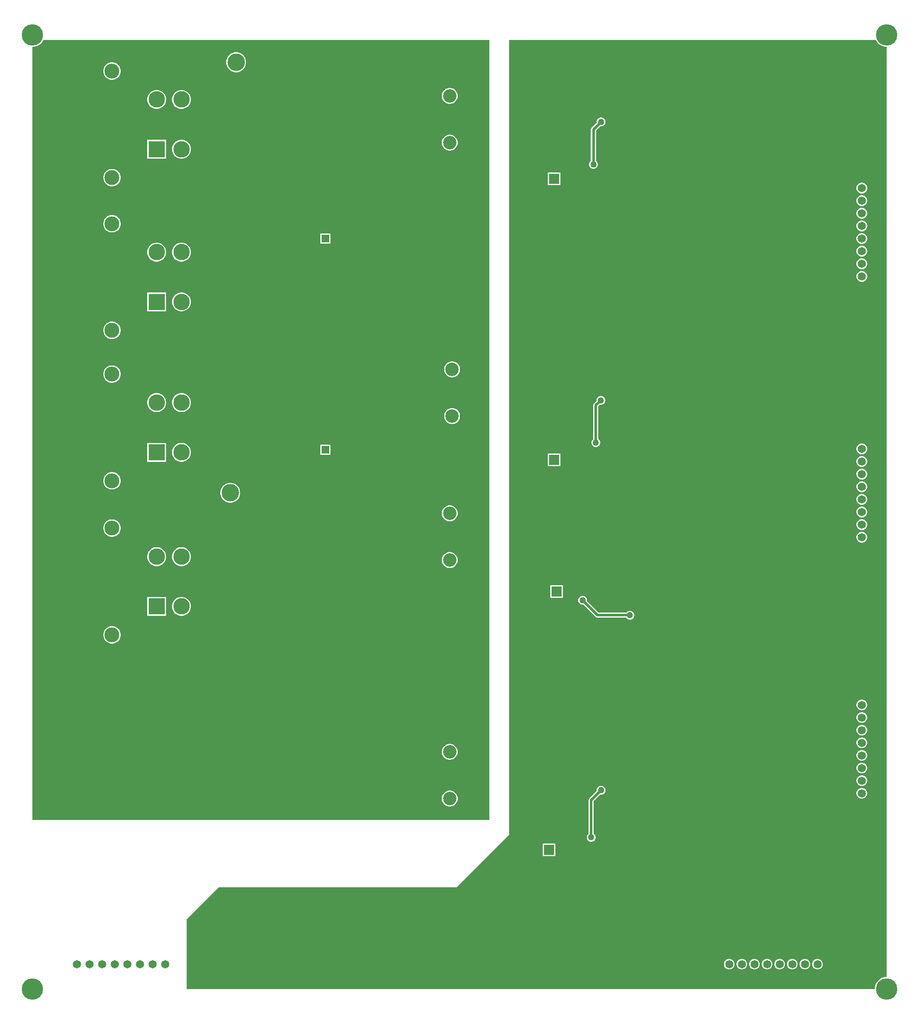
<source format=gbl>
G04*
G04 #@! TF.GenerationSoftware,Altium Limited,Altium Designer,23.1.1 (15)*
G04*
G04 Layer_Physical_Order=2*
G04 Layer_Color=16711680*
%FSLAX44Y44*%
%MOMM*%
G71*
G04*
G04 #@! TF.SameCoordinates,0EA7A712-66D5-4987-9214-F4AEDCE7AAE5*
G04*
G04*
G04 #@! TF.FilePolarity,Positive*
G04*
G01*
G75*
%ADD88C,0.5000*%
%ADD91C,3.5000*%
%ADD92C,1.6500*%
%ADD93C,4.3000*%
%ADD94R,3.3000X3.3000*%
%ADD95C,3.3000*%
%ADD96C,3.0000*%
%ADD97R,1.5000X1.5000*%
%ADD98C,1.5000*%
%ADD99C,2.7000*%
%ADD100R,2.0250X2.0250*%
%ADD101C,2.0250*%
%ADD102C,0.6000*%
%ADD103C,1.2700*%
%ADD104C,2.5400*%
G36*
X960000Y380000D02*
X40000D01*
Y1935960D01*
X42368D01*
X47012Y1936884D01*
X51387Y1938696D01*
X55325Y1941327D01*
X58673Y1944675D01*
X61304Y1948613D01*
X61878Y1950000D01*
X960000D01*
Y380000D01*
D02*
G37*
G36*
X1738696Y1948613D02*
X1741327Y1944675D01*
X1744675Y1941327D01*
X1748613Y1938696D01*
X1752988Y1936884D01*
X1757632Y1935960D01*
X1760000D01*
Y64040D01*
X1757632D01*
X1752988Y63116D01*
X1748613Y61304D01*
X1744675Y58673D01*
X1741327Y55325D01*
X1738696Y51387D01*
X1736884Y47012D01*
X1735960Y42368D01*
Y40000D01*
X350000D01*
Y180000D01*
X415000Y245000D01*
X895000D01*
X1000000Y350000D01*
Y1950000D01*
X1738121D01*
X1738696Y1948613D01*
D02*
G37*
%LPC*%
G36*
X451974Y1925040D02*
X448026D01*
X444155Y1924270D01*
X440508Y1922759D01*
X437225Y1920566D01*
X434434Y1917775D01*
X432241Y1914492D01*
X430730Y1910845D01*
X429960Y1906974D01*
Y1903026D01*
X430730Y1899155D01*
X432241Y1895508D01*
X434434Y1892225D01*
X437225Y1889434D01*
X440508Y1887241D01*
X444155Y1885730D01*
X448026Y1884960D01*
X451974D01*
X455845Y1885730D01*
X459492Y1887241D01*
X462775Y1889434D01*
X465566Y1892225D01*
X467759Y1895508D01*
X469270Y1899155D01*
X470040Y1903026D01*
Y1906974D01*
X469270Y1910845D01*
X467759Y1914492D01*
X465566Y1917775D01*
X462775Y1920566D01*
X459492Y1922759D01*
X455845Y1924270D01*
X451974Y1925040D01*
D02*
G37*
G36*
X201728Y1904840D02*
X198272D01*
X194884Y1904166D01*
X191692Y1902844D01*
X188819Y1900924D01*
X186376Y1898481D01*
X184456Y1895608D01*
X183134Y1892416D01*
X182460Y1889028D01*
Y1885573D01*
X183134Y1882184D01*
X184456Y1878992D01*
X186376Y1876119D01*
X188819Y1873676D01*
X191692Y1871756D01*
X194884Y1870434D01*
X198272Y1869760D01*
X201728D01*
X205116Y1870434D01*
X208308Y1871756D01*
X211181Y1873676D01*
X213624Y1876119D01*
X215544Y1878992D01*
X216866Y1882184D01*
X217540Y1885573D01*
Y1889028D01*
X216866Y1892416D01*
X215544Y1895608D01*
X213624Y1898481D01*
X211181Y1900924D01*
X208308Y1902844D01*
X205116Y1904166D01*
X201728Y1904840D01*
D02*
G37*
G36*
X881580Y1853040D02*
X878420D01*
X875321Y1852424D01*
X872402Y1851214D01*
X869775Y1849459D01*
X867541Y1847225D01*
X865786Y1844598D01*
X864576Y1841679D01*
X863960Y1838580D01*
Y1835420D01*
X864576Y1832321D01*
X865786Y1829402D01*
X867541Y1826775D01*
X869775Y1824541D01*
X872402Y1822785D01*
X875321Y1821576D01*
X878420Y1820960D01*
X881580D01*
X884679Y1821576D01*
X887598Y1822785D01*
X890225Y1824541D01*
X892459Y1826775D01*
X894214Y1829402D01*
X895424Y1832321D01*
X896040Y1835420D01*
Y1838580D01*
X895424Y1841679D01*
X894214Y1844598D01*
X892459Y1847225D01*
X890225Y1849459D01*
X887598Y1851214D01*
X884679Y1852424D01*
X881580Y1853040D01*
D02*
G37*
G36*
X341875Y1849040D02*
X338125D01*
X334446Y1848308D01*
X330981Y1846873D01*
X327863Y1844789D01*
X325211Y1842137D01*
X323127Y1839019D01*
X321692Y1835554D01*
X320960Y1831875D01*
Y1828125D01*
X321692Y1824446D01*
X323127Y1820981D01*
X325211Y1817863D01*
X327863Y1815211D01*
X330981Y1813127D01*
X334446Y1811692D01*
X338125Y1810960D01*
X341875D01*
X345554Y1811692D01*
X349019Y1813127D01*
X352137Y1815211D01*
X354789Y1817863D01*
X356873Y1820981D01*
X358308Y1824446D01*
X359040Y1828125D01*
Y1831875D01*
X358308Y1835554D01*
X356873Y1839019D01*
X354789Y1842137D01*
X352137Y1844789D01*
X349019Y1846873D01*
X345554Y1848308D01*
X341875Y1849040D01*
D02*
G37*
G36*
X291875D02*
X288125D01*
X284446Y1848308D01*
X280981Y1846873D01*
X277863Y1844789D01*
X275211Y1842137D01*
X273127Y1839019D01*
X271692Y1835554D01*
X270960Y1831875D01*
Y1828125D01*
X271692Y1824446D01*
X273127Y1820981D01*
X275211Y1817863D01*
X277863Y1815211D01*
X280981Y1813127D01*
X284446Y1811692D01*
X288125Y1810960D01*
X291875D01*
X295554Y1811692D01*
X299019Y1813127D01*
X302137Y1815211D01*
X304789Y1817863D01*
X306873Y1820981D01*
X308308Y1824446D01*
X309040Y1828125D01*
Y1831875D01*
X308308Y1835554D01*
X306873Y1839019D01*
X304789Y1842137D01*
X302137Y1844789D01*
X299019Y1846873D01*
X295554Y1848308D01*
X291875Y1849040D01*
D02*
G37*
G36*
X881580Y1759040D02*
X878420D01*
X875321Y1758424D01*
X872402Y1757215D01*
X869775Y1755459D01*
X867541Y1753225D01*
X865786Y1750598D01*
X864576Y1747679D01*
X863960Y1744580D01*
Y1741420D01*
X864576Y1738321D01*
X865786Y1735402D01*
X867541Y1732775D01*
X869775Y1730541D01*
X872402Y1728786D01*
X875321Y1727576D01*
X878420Y1726960D01*
X881580D01*
X884679Y1727576D01*
X887598Y1728786D01*
X890225Y1730541D01*
X892459Y1732775D01*
X894214Y1735402D01*
X895424Y1738321D01*
X896040Y1741420D01*
Y1744580D01*
X895424Y1747679D01*
X894214Y1750598D01*
X892459Y1753225D01*
X890225Y1755459D01*
X887598Y1757215D01*
X884679Y1758424D01*
X881580Y1759040D01*
D02*
G37*
G36*
X341875Y1749040D02*
X338125D01*
X334446Y1748308D01*
X330981Y1746873D01*
X327863Y1744789D01*
X325211Y1742137D01*
X323127Y1739019D01*
X321692Y1735554D01*
X320960Y1731875D01*
Y1728125D01*
X321692Y1724446D01*
X323127Y1720981D01*
X325211Y1717863D01*
X327863Y1715211D01*
X330981Y1713127D01*
X334446Y1711692D01*
X338125Y1710960D01*
X341875D01*
X345554Y1711692D01*
X349019Y1713127D01*
X352137Y1715211D01*
X354789Y1717863D01*
X356873Y1720981D01*
X358308Y1724446D01*
X359040Y1728125D01*
Y1731875D01*
X358308Y1735554D01*
X356873Y1739019D01*
X354789Y1742137D01*
X352137Y1744789D01*
X349019Y1746873D01*
X345554Y1748308D01*
X341875Y1749040D01*
D02*
G37*
G36*
X309040D02*
X270960D01*
Y1710960D01*
X309040D01*
Y1749040D01*
D02*
G37*
G36*
X201728Y1690240D02*
X198272D01*
X194884Y1689566D01*
X191692Y1688244D01*
X188819Y1686324D01*
X186376Y1683881D01*
X184456Y1681008D01*
X183134Y1677816D01*
X182460Y1674427D01*
Y1670972D01*
X183134Y1667584D01*
X184456Y1664392D01*
X186376Y1661519D01*
X188819Y1659076D01*
X191692Y1657156D01*
X194884Y1655834D01*
X198272Y1655160D01*
X201728D01*
X205116Y1655834D01*
X208308Y1657156D01*
X211181Y1659076D01*
X213624Y1661519D01*
X215544Y1664392D01*
X216866Y1667584D01*
X217540Y1670972D01*
Y1674427D01*
X216866Y1677816D01*
X215544Y1681008D01*
X213624Y1683881D01*
X211181Y1686324D01*
X208308Y1688244D01*
X205116Y1689566D01*
X201728Y1690240D01*
D02*
G37*
G36*
Y1597540D02*
X198272D01*
X194884Y1596866D01*
X191692Y1595544D01*
X188819Y1593624D01*
X186376Y1591181D01*
X184456Y1588308D01*
X183134Y1585116D01*
X182460Y1581727D01*
Y1578273D01*
X183134Y1574884D01*
X184456Y1571692D01*
X186376Y1568819D01*
X188819Y1566376D01*
X191692Y1564456D01*
X194884Y1563134D01*
X198272Y1562460D01*
X201728D01*
X205116Y1563134D01*
X208308Y1564456D01*
X211181Y1566376D01*
X213624Y1568819D01*
X215544Y1571692D01*
X216866Y1574884D01*
X217540Y1578273D01*
Y1581727D01*
X216866Y1585116D01*
X215544Y1588308D01*
X213624Y1591181D01*
X211181Y1593624D01*
X208308Y1595544D01*
X205116Y1596866D01*
X201728Y1597540D01*
D02*
G37*
G36*
X640040Y1560040D02*
X619960D01*
Y1539960D01*
X640040D01*
Y1560040D01*
D02*
G37*
G36*
X341875Y1541740D02*
X338125D01*
X334446Y1541008D01*
X330981Y1539573D01*
X327863Y1537489D01*
X325211Y1534837D01*
X323127Y1531719D01*
X321692Y1528254D01*
X320960Y1524575D01*
Y1520825D01*
X321692Y1517146D01*
X323127Y1513681D01*
X325211Y1510563D01*
X327863Y1507911D01*
X330981Y1505827D01*
X334446Y1504392D01*
X338125Y1503660D01*
X341875D01*
X345554Y1504392D01*
X349019Y1505827D01*
X352137Y1507911D01*
X354789Y1510563D01*
X356873Y1513681D01*
X358308Y1517146D01*
X359040Y1520825D01*
Y1524575D01*
X358308Y1528254D01*
X356873Y1531719D01*
X354789Y1534837D01*
X352137Y1537489D01*
X349019Y1539573D01*
X345554Y1541008D01*
X341875Y1541740D01*
D02*
G37*
G36*
X291875D02*
X288125D01*
X284446Y1541008D01*
X280981Y1539573D01*
X277863Y1537489D01*
X275211Y1534837D01*
X273127Y1531719D01*
X271692Y1528254D01*
X270960Y1524575D01*
Y1520825D01*
X271692Y1517146D01*
X273127Y1513681D01*
X275211Y1510563D01*
X277863Y1507911D01*
X280981Y1505827D01*
X284446Y1504392D01*
X288125Y1503660D01*
X291875D01*
X295554Y1504392D01*
X299019Y1505827D01*
X302137Y1507911D01*
X304789Y1510563D01*
X306873Y1513681D01*
X308308Y1517146D01*
X309040Y1520825D01*
Y1524575D01*
X308308Y1528254D01*
X306873Y1531719D01*
X304789Y1534837D01*
X302137Y1537489D01*
X299019Y1539573D01*
X295554Y1541008D01*
X291875Y1541740D01*
D02*
G37*
G36*
X341875Y1441740D02*
X338125D01*
X334446Y1441008D01*
X330981Y1439573D01*
X327863Y1437489D01*
X325211Y1434837D01*
X323127Y1431719D01*
X321692Y1428254D01*
X320960Y1424575D01*
Y1420825D01*
X321692Y1417146D01*
X323127Y1413681D01*
X325211Y1410563D01*
X327863Y1407911D01*
X330981Y1405827D01*
X334446Y1404392D01*
X338125Y1403660D01*
X341875D01*
X345554Y1404392D01*
X349019Y1405827D01*
X352137Y1407911D01*
X354789Y1410563D01*
X356873Y1413681D01*
X358308Y1417146D01*
X359040Y1420825D01*
Y1424575D01*
X358308Y1428254D01*
X356873Y1431719D01*
X354789Y1434837D01*
X352137Y1437489D01*
X349019Y1439573D01*
X345554Y1441008D01*
X341875Y1441740D01*
D02*
G37*
G36*
X309040D02*
X270960D01*
Y1403660D01*
X309040D01*
Y1441740D01*
D02*
G37*
G36*
X201728Y1382940D02*
X198272D01*
X194884Y1382266D01*
X191692Y1380944D01*
X188819Y1379024D01*
X186376Y1376581D01*
X184456Y1373708D01*
X183134Y1370516D01*
X182460Y1367128D01*
Y1363672D01*
X183134Y1360284D01*
X184456Y1357092D01*
X186376Y1354219D01*
X188819Y1351776D01*
X191692Y1349856D01*
X194884Y1348534D01*
X198272Y1347860D01*
X201728D01*
X205116Y1348534D01*
X208308Y1349856D01*
X211181Y1351776D01*
X213624Y1354219D01*
X215544Y1357092D01*
X216866Y1360284D01*
X217540Y1363672D01*
Y1367128D01*
X216866Y1370516D01*
X215544Y1373708D01*
X213624Y1376581D01*
X211181Y1379024D01*
X208308Y1380944D01*
X205116Y1382266D01*
X201728Y1382940D01*
D02*
G37*
G36*
X886580Y1303040D02*
X883420D01*
X880321Y1302424D01*
X877402Y1301214D01*
X874775Y1299459D01*
X872541Y1297225D01*
X870786Y1294598D01*
X869576Y1291679D01*
X868960Y1288580D01*
Y1285420D01*
X869576Y1282321D01*
X870786Y1279402D01*
X872541Y1276775D01*
X874775Y1274541D01*
X877402Y1272785D01*
X880321Y1271576D01*
X883420Y1270960D01*
X886580D01*
X889679Y1271576D01*
X892598Y1272785D01*
X895225Y1274541D01*
X897459Y1276775D01*
X899214Y1279402D01*
X900424Y1282321D01*
X901040Y1285420D01*
Y1288580D01*
X900424Y1291679D01*
X899214Y1294598D01*
X897459Y1297225D01*
X895225Y1299459D01*
X892598Y1301214D01*
X889679Y1302424D01*
X886580Y1303040D01*
D02*
G37*
G36*
X201728Y1294840D02*
X198272D01*
X194884Y1294166D01*
X191692Y1292844D01*
X188819Y1290924D01*
X186376Y1288481D01*
X184456Y1285608D01*
X183134Y1282416D01*
X182460Y1279027D01*
Y1275573D01*
X183134Y1272184D01*
X184456Y1268992D01*
X186376Y1266119D01*
X188819Y1263676D01*
X191692Y1261756D01*
X194884Y1260434D01*
X198272Y1259760D01*
X201728D01*
X205116Y1260434D01*
X208308Y1261756D01*
X211181Y1263676D01*
X213624Y1266119D01*
X215544Y1268992D01*
X216866Y1272184D01*
X217540Y1275573D01*
Y1279027D01*
X216866Y1282416D01*
X215544Y1285608D01*
X213624Y1288481D01*
X211181Y1290924D01*
X208308Y1292844D01*
X205116Y1294166D01*
X201728Y1294840D01*
D02*
G37*
G36*
X341875Y1239040D02*
X338125D01*
X334446Y1238308D01*
X330981Y1236873D01*
X327863Y1234789D01*
X325211Y1232137D01*
X323127Y1229019D01*
X321692Y1225554D01*
X320960Y1221875D01*
Y1218125D01*
X321692Y1214446D01*
X323127Y1210981D01*
X325211Y1207863D01*
X327863Y1205211D01*
X330981Y1203127D01*
X334446Y1201692D01*
X338125Y1200960D01*
X341875D01*
X345554Y1201692D01*
X349019Y1203127D01*
X352137Y1205211D01*
X354789Y1207863D01*
X356873Y1210981D01*
X358308Y1214446D01*
X359040Y1218125D01*
Y1221875D01*
X358308Y1225554D01*
X356873Y1229019D01*
X354789Y1232137D01*
X352137Y1234789D01*
X349019Y1236873D01*
X345554Y1238308D01*
X341875Y1239040D01*
D02*
G37*
G36*
X291875D02*
X288125D01*
X284446Y1238308D01*
X280981Y1236873D01*
X277863Y1234789D01*
X275211Y1232137D01*
X273127Y1229019D01*
X271692Y1225554D01*
X270960Y1221875D01*
Y1218125D01*
X271692Y1214446D01*
X273127Y1210981D01*
X275211Y1207863D01*
X277863Y1205211D01*
X280981Y1203127D01*
X284446Y1201692D01*
X288125Y1200960D01*
X291875D01*
X295554Y1201692D01*
X299019Y1203127D01*
X302137Y1205211D01*
X304789Y1207863D01*
X306873Y1210981D01*
X308308Y1214446D01*
X309040Y1218125D01*
Y1221875D01*
X308308Y1225554D01*
X306873Y1229019D01*
X304789Y1232137D01*
X302137Y1234789D01*
X299019Y1236873D01*
X295554Y1238308D01*
X291875Y1239040D01*
D02*
G37*
G36*
X886580Y1209040D02*
X883420D01*
X880321Y1208424D01*
X877402Y1207215D01*
X874775Y1205459D01*
X872541Y1203225D01*
X870786Y1200598D01*
X869576Y1197679D01*
X868960Y1194580D01*
Y1191420D01*
X869576Y1188321D01*
X870786Y1185402D01*
X872541Y1182775D01*
X874775Y1180541D01*
X877402Y1178785D01*
X880321Y1177576D01*
X883420Y1176960D01*
X886580D01*
X889679Y1177576D01*
X892598Y1178785D01*
X895225Y1180541D01*
X897459Y1182775D01*
X899214Y1185402D01*
X900424Y1188321D01*
X901040Y1191420D01*
Y1194580D01*
X900424Y1197679D01*
X899214Y1200598D01*
X897459Y1203225D01*
X895225Y1205459D01*
X892598Y1207215D01*
X889679Y1208424D01*
X886580Y1209040D01*
D02*
G37*
G36*
X640040Y1135040D02*
X619960D01*
Y1114960D01*
X640040D01*
Y1135040D01*
D02*
G37*
G36*
X341875Y1139040D02*
X338125D01*
X334446Y1138308D01*
X330981Y1136873D01*
X327863Y1134789D01*
X325211Y1132137D01*
X323127Y1129019D01*
X321692Y1125554D01*
X320960Y1121875D01*
Y1118125D01*
X321692Y1114446D01*
X323127Y1110981D01*
X325211Y1107863D01*
X327863Y1105211D01*
X330981Y1103127D01*
X334446Y1101692D01*
X338125Y1100960D01*
X341875D01*
X345554Y1101692D01*
X349019Y1103127D01*
X352137Y1105211D01*
X354789Y1107863D01*
X356873Y1110981D01*
X358308Y1114446D01*
X359040Y1118125D01*
Y1121875D01*
X358308Y1125554D01*
X356873Y1129019D01*
X354789Y1132137D01*
X352137Y1134789D01*
X349019Y1136873D01*
X345554Y1138308D01*
X341875Y1139040D01*
D02*
G37*
G36*
X309040D02*
X270960D01*
Y1100960D01*
X309040D01*
Y1139040D01*
D02*
G37*
G36*
X201728Y1080240D02*
X198272D01*
X194884Y1079566D01*
X191692Y1078244D01*
X188819Y1076324D01*
X186376Y1073881D01*
X184456Y1071008D01*
X183134Y1067816D01*
X182460Y1064427D01*
Y1060973D01*
X183134Y1057584D01*
X184456Y1054392D01*
X186376Y1051519D01*
X188819Y1049076D01*
X191692Y1047156D01*
X194884Y1045834D01*
X198272Y1045160D01*
X201728D01*
X205116Y1045834D01*
X208308Y1047156D01*
X211181Y1049076D01*
X213624Y1051519D01*
X215544Y1054392D01*
X216866Y1057584D01*
X217540Y1060973D01*
Y1064427D01*
X216866Y1067816D01*
X215544Y1071008D01*
X213624Y1073881D01*
X211181Y1076324D01*
X208308Y1078244D01*
X205116Y1079566D01*
X201728Y1080240D01*
D02*
G37*
G36*
X440064Y1058505D02*
X436116D01*
X432245Y1057735D01*
X428598Y1056225D01*
X425316Y1054031D01*
X422524Y1051240D01*
X420331Y1047958D01*
X418820Y1044311D01*
X418050Y1040439D01*
Y1036491D01*
X418820Y1032620D01*
X420331Y1028973D01*
X422524Y1025691D01*
X425316Y1022899D01*
X428598Y1020706D01*
X432245Y1019195D01*
X436116Y1018425D01*
X440064D01*
X443936Y1019195D01*
X447583Y1020706D01*
X450865Y1022899D01*
X453656Y1025691D01*
X455849Y1028973D01*
X457360Y1032620D01*
X458130Y1036491D01*
Y1040439D01*
X457360Y1044311D01*
X455849Y1047958D01*
X453656Y1051240D01*
X450865Y1054031D01*
X447583Y1056225D01*
X443936Y1057735D01*
X440064Y1058505D01*
D02*
G37*
G36*
X881580Y1013040D02*
X878420D01*
X875321Y1012424D01*
X872402Y1011215D01*
X869775Y1009459D01*
X867541Y1007225D01*
X865786Y1004598D01*
X864576Y1001679D01*
X863960Y998580D01*
Y995420D01*
X864576Y992321D01*
X865786Y989402D01*
X867541Y986775D01*
X869775Y984541D01*
X872402Y982785D01*
X875321Y981576D01*
X878420Y980960D01*
X881580D01*
X884679Y981576D01*
X887598Y982785D01*
X890225Y984541D01*
X892459Y986775D01*
X894214Y989402D01*
X895424Y992321D01*
X896040Y995420D01*
Y998580D01*
X895424Y1001679D01*
X894214Y1004598D01*
X892459Y1007225D01*
X890225Y1009459D01*
X887598Y1011215D01*
X884679Y1012424D01*
X881580Y1013040D01*
D02*
G37*
G36*
X201728Y984840D02*
X198272D01*
X194884Y984166D01*
X191692Y982844D01*
X188819Y980924D01*
X186376Y978481D01*
X184456Y975608D01*
X183134Y972416D01*
X182460Y969027D01*
Y965573D01*
X183134Y962184D01*
X184456Y958992D01*
X186376Y956119D01*
X188819Y953676D01*
X191692Y951756D01*
X194884Y950434D01*
X198272Y949760D01*
X201728D01*
X205116Y950434D01*
X208308Y951756D01*
X211181Y953676D01*
X213624Y956119D01*
X215544Y958992D01*
X216866Y962184D01*
X217540Y965573D01*
Y969027D01*
X216866Y972416D01*
X215544Y975608D01*
X213624Y978481D01*
X211181Y980924D01*
X208308Y982844D01*
X205116Y984166D01*
X201728Y984840D01*
D02*
G37*
G36*
X341875Y929040D02*
X338125D01*
X334446Y928308D01*
X330981Y926873D01*
X327863Y924789D01*
X325211Y922137D01*
X323127Y919019D01*
X321692Y915554D01*
X320960Y911875D01*
Y908125D01*
X321692Y904446D01*
X323127Y900981D01*
X325211Y897863D01*
X327863Y895211D01*
X330981Y893127D01*
X334446Y891692D01*
X338125Y890960D01*
X341875D01*
X345554Y891692D01*
X349019Y893127D01*
X352137Y895211D01*
X354789Y897863D01*
X356873Y900981D01*
X358308Y904446D01*
X359040Y908125D01*
Y911875D01*
X358308Y915554D01*
X356873Y919019D01*
X354789Y922137D01*
X352137Y924789D01*
X349019Y926873D01*
X345554Y928308D01*
X341875Y929040D01*
D02*
G37*
G36*
X291875D02*
X288125D01*
X284446Y928308D01*
X280981Y926873D01*
X277863Y924789D01*
X275211Y922137D01*
X273127Y919019D01*
X271692Y915554D01*
X270960Y911875D01*
Y908125D01*
X271692Y904446D01*
X273127Y900981D01*
X275211Y897863D01*
X277863Y895211D01*
X280981Y893127D01*
X284446Y891692D01*
X288125Y890960D01*
X291875D01*
X295554Y891692D01*
X299019Y893127D01*
X302137Y895211D01*
X304789Y897863D01*
X306873Y900981D01*
X308308Y904446D01*
X309040Y908125D01*
Y911875D01*
X308308Y915554D01*
X306873Y919019D01*
X304789Y922137D01*
X302137Y924789D01*
X299019Y926873D01*
X295554Y928308D01*
X291875Y929040D01*
D02*
G37*
G36*
X881580Y919040D02*
X878420D01*
X875321Y918424D01*
X872402Y917215D01*
X869775Y915459D01*
X867541Y913225D01*
X865786Y910598D01*
X864576Y907679D01*
X863960Y904580D01*
Y901420D01*
X864576Y898321D01*
X865786Y895402D01*
X867541Y892775D01*
X869775Y890541D01*
X872402Y888785D01*
X875321Y887576D01*
X878420Y886960D01*
X881580D01*
X884679Y887576D01*
X887598Y888785D01*
X890225Y890541D01*
X892459Y892775D01*
X894214Y895402D01*
X895424Y898321D01*
X896040Y901420D01*
Y904580D01*
X895424Y907679D01*
X894214Y910598D01*
X892459Y913225D01*
X890225Y915459D01*
X887598Y917215D01*
X884679Y918424D01*
X881580Y919040D01*
D02*
G37*
G36*
X341875Y829040D02*
X338125D01*
X334446Y828308D01*
X330981Y826873D01*
X327863Y824789D01*
X325211Y822137D01*
X323127Y819019D01*
X321692Y815554D01*
X320960Y811875D01*
Y808125D01*
X321692Y804446D01*
X323127Y800981D01*
X325211Y797863D01*
X327863Y795211D01*
X330981Y793127D01*
X334446Y791692D01*
X338125Y790960D01*
X341875D01*
X345554Y791692D01*
X349019Y793127D01*
X352137Y795211D01*
X354789Y797863D01*
X356873Y800981D01*
X358308Y804446D01*
X359040Y808125D01*
Y811875D01*
X358308Y815554D01*
X356873Y819019D01*
X354789Y822137D01*
X352137Y824789D01*
X349019Y826873D01*
X345554Y828308D01*
X341875Y829040D01*
D02*
G37*
G36*
X309040D02*
X270960D01*
Y790960D01*
X309040D01*
Y829040D01*
D02*
G37*
G36*
X201728Y770240D02*
X198272D01*
X194884Y769566D01*
X191692Y768244D01*
X188819Y766324D01*
X186376Y763881D01*
X184456Y761008D01*
X183134Y757816D01*
X182460Y754427D01*
Y750973D01*
X183134Y747584D01*
X184456Y744392D01*
X186376Y741519D01*
X188819Y739076D01*
X191692Y737156D01*
X194884Y735834D01*
X198272Y735160D01*
X201728D01*
X205116Y735834D01*
X208308Y737156D01*
X211181Y739076D01*
X213624Y741519D01*
X215544Y744392D01*
X216866Y747584D01*
X217540Y750973D01*
Y754427D01*
X216866Y757816D01*
X215544Y761008D01*
X213624Y763881D01*
X211181Y766324D01*
X208308Y768244D01*
X205116Y769566D01*
X201728Y770240D01*
D02*
G37*
G36*
X881580Y533040D02*
X878420D01*
X875321Y532424D01*
X872402Y531214D01*
X869775Y529459D01*
X867541Y527225D01*
X865786Y524598D01*
X864576Y521679D01*
X863960Y518580D01*
Y515420D01*
X864576Y512321D01*
X865786Y509402D01*
X867541Y506775D01*
X869775Y504541D01*
X872402Y502785D01*
X875321Y501576D01*
X878420Y500960D01*
X881580D01*
X884679Y501576D01*
X887598Y502785D01*
X890225Y504541D01*
X892459Y506775D01*
X894214Y509402D01*
X895424Y512321D01*
X896040Y515420D01*
Y518580D01*
X895424Y521679D01*
X894214Y524598D01*
X892459Y527225D01*
X890225Y529459D01*
X887598Y531214D01*
X884679Y532424D01*
X881580Y533040D01*
D02*
G37*
G36*
Y439040D02*
X878420D01*
X875321Y438424D01*
X872402Y437215D01*
X869775Y435459D01*
X867541Y433225D01*
X865786Y430598D01*
X864576Y427679D01*
X863960Y424580D01*
Y421420D01*
X864576Y418321D01*
X865786Y415402D01*
X867541Y412775D01*
X869775Y410541D01*
X872402Y408786D01*
X875321Y407576D01*
X878420Y406960D01*
X881580D01*
X884679Y407576D01*
X887598Y408786D01*
X890225Y410541D01*
X892459Y412775D01*
X894214Y415402D01*
X895424Y418321D01*
X896040Y421420D01*
Y424580D01*
X895424Y427679D01*
X894214Y430598D01*
X892459Y433225D01*
X890225Y435459D01*
X887598Y437215D01*
X884679Y438424D01*
X881580Y439040D01*
D02*
G37*
G36*
X1186170Y1793890D02*
X1183830D01*
X1181569Y1793284D01*
X1179541Y1792114D01*
X1177886Y1790459D01*
X1176716Y1788431D01*
X1176110Y1786170D01*
Y1783830D01*
X1176206Y1783473D01*
X1165866Y1773134D01*
X1164752Y1771467D01*
X1164361Y1769500D01*
Y1706799D01*
X1164041Y1706614D01*
X1162386Y1704959D01*
X1161216Y1702931D01*
X1160610Y1700670D01*
Y1698330D01*
X1161216Y1696069D01*
X1162386Y1694041D01*
X1164041Y1692386D01*
X1166069Y1691216D01*
X1168330Y1690610D01*
X1170670D01*
X1172931Y1691216D01*
X1174959Y1692386D01*
X1176614Y1694041D01*
X1177784Y1696069D01*
X1178390Y1698330D01*
Y1700670D01*
X1177784Y1702931D01*
X1176614Y1704959D01*
X1174959Y1706614D01*
X1174639Y1706799D01*
Y1767372D01*
X1183473Y1776206D01*
X1183830Y1776110D01*
X1186170D01*
X1188431Y1776716D01*
X1190459Y1777886D01*
X1192114Y1779541D01*
X1193284Y1781569D01*
X1193890Y1783830D01*
Y1786170D01*
X1193284Y1788431D01*
X1192114Y1790459D01*
X1190459Y1792114D01*
X1188431Y1793284D01*
X1186170Y1793890D01*
D02*
G37*
G36*
X1102665Y1682665D02*
X1077335D01*
Y1657335D01*
X1102665D01*
Y1682665D01*
D02*
G37*
G36*
X1711420Y1662390D02*
X1708580D01*
X1705835Y1661655D01*
X1703375Y1660234D01*
X1701366Y1658225D01*
X1699945Y1655765D01*
X1699210Y1653020D01*
Y1650179D01*
X1699945Y1647435D01*
X1701366Y1644975D01*
X1703375Y1642966D01*
X1705835Y1641545D01*
X1708580Y1640810D01*
X1711420D01*
X1714165Y1641545D01*
X1716625Y1642966D01*
X1718634Y1644975D01*
X1720055Y1647435D01*
X1720790Y1650179D01*
Y1653020D01*
X1720055Y1655765D01*
X1718634Y1658225D01*
X1716625Y1660234D01*
X1714165Y1661655D01*
X1711420Y1662390D01*
D02*
G37*
G36*
Y1636990D02*
X1708580D01*
X1705835Y1636255D01*
X1703375Y1634834D01*
X1701366Y1632825D01*
X1699945Y1630365D01*
X1699210Y1627621D01*
Y1624780D01*
X1699945Y1622035D01*
X1701366Y1619575D01*
X1703375Y1617566D01*
X1705835Y1616145D01*
X1708580Y1615410D01*
X1711420D01*
X1714165Y1616145D01*
X1716625Y1617566D01*
X1718634Y1619575D01*
X1720055Y1622035D01*
X1720790Y1624780D01*
Y1627621D01*
X1720055Y1630365D01*
X1718634Y1632825D01*
X1716625Y1634834D01*
X1714165Y1636255D01*
X1711420Y1636990D01*
D02*
G37*
G36*
Y1611590D02*
X1708580D01*
X1705835Y1610855D01*
X1703375Y1609434D01*
X1701366Y1607425D01*
X1699945Y1604965D01*
X1699210Y1602220D01*
Y1599379D01*
X1699945Y1596635D01*
X1701366Y1594175D01*
X1703375Y1592166D01*
X1705835Y1590745D01*
X1708580Y1590010D01*
X1711420D01*
X1714165Y1590745D01*
X1716625Y1592166D01*
X1718634Y1594175D01*
X1720055Y1596635D01*
X1720790Y1599379D01*
Y1602220D01*
X1720055Y1604965D01*
X1718634Y1607425D01*
X1716625Y1609434D01*
X1714165Y1610855D01*
X1711420Y1611590D01*
D02*
G37*
G36*
Y1586190D02*
X1708580D01*
X1705835Y1585455D01*
X1703375Y1584034D01*
X1701366Y1582025D01*
X1699945Y1579565D01*
X1699210Y1576821D01*
Y1573979D01*
X1699945Y1571235D01*
X1701366Y1568775D01*
X1703375Y1566766D01*
X1705835Y1565345D01*
X1708580Y1564610D01*
X1711420D01*
X1714165Y1565345D01*
X1716625Y1566766D01*
X1718634Y1568775D01*
X1720055Y1571235D01*
X1720790Y1573979D01*
Y1576821D01*
X1720055Y1579565D01*
X1718634Y1582025D01*
X1716625Y1584034D01*
X1714165Y1585455D01*
X1711420Y1586190D01*
D02*
G37*
G36*
Y1560790D02*
X1708580D01*
X1705835Y1560055D01*
X1703375Y1558634D01*
X1701366Y1556625D01*
X1699945Y1554165D01*
X1699210Y1551420D01*
Y1548580D01*
X1699945Y1545835D01*
X1701366Y1543375D01*
X1703375Y1541366D01*
X1705835Y1539945D01*
X1708580Y1539210D01*
X1711420D01*
X1714165Y1539945D01*
X1716625Y1541366D01*
X1718634Y1543375D01*
X1720055Y1545835D01*
X1720790Y1548580D01*
Y1551420D01*
X1720055Y1554165D01*
X1718634Y1556625D01*
X1716625Y1558634D01*
X1714165Y1560055D01*
X1711420Y1560790D01*
D02*
G37*
G36*
Y1535390D02*
X1708580D01*
X1705835Y1534655D01*
X1703375Y1533234D01*
X1701366Y1531225D01*
X1699945Y1528765D01*
X1699210Y1526021D01*
Y1523179D01*
X1699945Y1520435D01*
X1701366Y1517975D01*
X1703375Y1515966D01*
X1705835Y1514545D01*
X1708580Y1513810D01*
X1711420D01*
X1714165Y1514545D01*
X1716625Y1515966D01*
X1718634Y1517975D01*
X1720055Y1520435D01*
X1720790Y1523179D01*
Y1526021D01*
X1720055Y1528765D01*
X1718634Y1531225D01*
X1716625Y1533234D01*
X1714165Y1534655D01*
X1711420Y1535390D01*
D02*
G37*
G36*
Y1509990D02*
X1708580D01*
X1705835Y1509255D01*
X1703375Y1507834D01*
X1701366Y1505825D01*
X1699945Y1503365D01*
X1699210Y1500621D01*
Y1497780D01*
X1699945Y1495035D01*
X1701366Y1492575D01*
X1703375Y1490566D01*
X1705835Y1489145D01*
X1708580Y1488410D01*
X1711420D01*
X1714165Y1489145D01*
X1716625Y1490566D01*
X1718634Y1492575D01*
X1720055Y1495035D01*
X1720790Y1497780D01*
Y1500621D01*
X1720055Y1503365D01*
X1718634Y1505825D01*
X1716625Y1507834D01*
X1714165Y1509255D01*
X1711420Y1509990D01*
D02*
G37*
G36*
Y1484590D02*
X1708580D01*
X1705835Y1483855D01*
X1703375Y1482434D01*
X1701366Y1480425D01*
X1699945Y1477965D01*
X1699210Y1475220D01*
Y1472379D01*
X1699945Y1469635D01*
X1701366Y1467175D01*
X1703375Y1465166D01*
X1705835Y1463745D01*
X1708580Y1463010D01*
X1711420D01*
X1714165Y1463745D01*
X1716625Y1465166D01*
X1718634Y1467175D01*
X1720055Y1469635D01*
X1720790Y1472379D01*
Y1475220D01*
X1720055Y1477965D01*
X1718634Y1480425D01*
X1716625Y1482434D01*
X1714165Y1483855D01*
X1711420Y1484590D01*
D02*
G37*
G36*
X1185670Y1233390D02*
X1183330D01*
X1181069Y1232784D01*
X1179041Y1231614D01*
X1177386Y1229959D01*
X1176216Y1227931D01*
X1175610Y1225670D01*
Y1223330D01*
X1175706Y1222973D01*
X1170866Y1218134D01*
X1169752Y1216467D01*
X1169361Y1214500D01*
Y1146798D01*
X1169041Y1146614D01*
X1167386Y1144959D01*
X1166216Y1142931D01*
X1165610Y1140670D01*
Y1138330D01*
X1166216Y1136069D01*
X1167386Y1134041D01*
X1169041Y1132386D01*
X1171069Y1131216D01*
X1173330Y1130610D01*
X1175670D01*
X1177931Y1131216D01*
X1179959Y1132386D01*
X1181614Y1134041D01*
X1182784Y1136069D01*
X1183390Y1138330D01*
Y1140670D01*
X1182784Y1142931D01*
X1181614Y1144959D01*
X1179959Y1146614D01*
X1179639Y1146798D01*
Y1212372D01*
X1182973Y1215706D01*
X1183330Y1215610D01*
X1185670D01*
X1187931Y1216216D01*
X1189959Y1217386D01*
X1191614Y1219041D01*
X1192784Y1221069D01*
X1193390Y1223330D01*
Y1225670D01*
X1192784Y1227931D01*
X1191614Y1229959D01*
X1189959Y1231614D01*
X1187931Y1232784D01*
X1185670Y1233390D01*
D02*
G37*
G36*
X1711420Y1137790D02*
X1708580D01*
X1705835Y1137055D01*
X1703375Y1135634D01*
X1701366Y1133625D01*
X1699945Y1131165D01*
X1699210Y1128420D01*
Y1125580D01*
X1699945Y1122835D01*
X1701366Y1120375D01*
X1703375Y1118366D01*
X1705835Y1116945D01*
X1708580Y1116210D01*
X1711420D01*
X1714165Y1116945D01*
X1716625Y1118366D01*
X1718634Y1120375D01*
X1720055Y1122835D01*
X1720790Y1125580D01*
Y1128420D01*
X1720055Y1131165D01*
X1718634Y1133625D01*
X1716625Y1135634D01*
X1714165Y1137055D01*
X1711420Y1137790D01*
D02*
G37*
G36*
X1102665Y1117665D02*
X1077335D01*
Y1092335D01*
X1102665D01*
Y1117665D01*
D02*
G37*
G36*
X1711420Y1112390D02*
X1708580D01*
X1705835Y1111655D01*
X1703375Y1110234D01*
X1701366Y1108225D01*
X1699945Y1105765D01*
X1699210Y1103020D01*
Y1100180D01*
X1699945Y1097435D01*
X1701366Y1094975D01*
X1703375Y1092966D01*
X1705835Y1091545D01*
X1708580Y1090810D01*
X1711420D01*
X1714165Y1091545D01*
X1716625Y1092966D01*
X1718634Y1094975D01*
X1720055Y1097435D01*
X1720790Y1100180D01*
Y1103020D01*
X1720055Y1105765D01*
X1718634Y1108225D01*
X1716625Y1110234D01*
X1714165Y1111655D01*
X1711420Y1112390D01*
D02*
G37*
G36*
Y1086990D02*
X1708580D01*
X1705835Y1086255D01*
X1703375Y1084834D01*
X1701366Y1082825D01*
X1699945Y1080365D01*
X1699210Y1077620D01*
Y1074780D01*
X1699945Y1072035D01*
X1701366Y1069575D01*
X1703375Y1067566D01*
X1705835Y1066145D01*
X1708580Y1065410D01*
X1711420D01*
X1714165Y1066145D01*
X1716625Y1067566D01*
X1718634Y1069575D01*
X1720055Y1072035D01*
X1720790Y1074780D01*
Y1077620D01*
X1720055Y1080365D01*
X1718634Y1082825D01*
X1716625Y1084834D01*
X1714165Y1086255D01*
X1711420Y1086990D01*
D02*
G37*
G36*
Y1061590D02*
X1708580D01*
X1705835Y1060855D01*
X1703375Y1059434D01*
X1701366Y1057425D01*
X1699945Y1054965D01*
X1699210Y1052221D01*
Y1049380D01*
X1699945Y1046635D01*
X1701366Y1044175D01*
X1703375Y1042166D01*
X1705835Y1040745D01*
X1708580Y1040010D01*
X1711420D01*
X1714165Y1040745D01*
X1716625Y1042166D01*
X1718634Y1044175D01*
X1720055Y1046635D01*
X1720790Y1049380D01*
Y1052221D01*
X1720055Y1054965D01*
X1718634Y1057425D01*
X1716625Y1059434D01*
X1714165Y1060855D01*
X1711420Y1061590D01*
D02*
G37*
G36*
Y1036190D02*
X1708580D01*
X1705835Y1035455D01*
X1703375Y1034034D01*
X1701366Y1032025D01*
X1699945Y1029565D01*
X1699210Y1026821D01*
Y1023979D01*
X1699945Y1021235D01*
X1701366Y1018775D01*
X1703375Y1016766D01*
X1705835Y1015345D01*
X1708580Y1014610D01*
X1711420D01*
X1714165Y1015345D01*
X1716625Y1016766D01*
X1718634Y1018775D01*
X1720055Y1021235D01*
X1720790Y1023979D01*
Y1026821D01*
X1720055Y1029565D01*
X1718634Y1032025D01*
X1716625Y1034034D01*
X1714165Y1035455D01*
X1711420Y1036190D01*
D02*
G37*
G36*
Y1010790D02*
X1708580D01*
X1705835Y1010055D01*
X1703375Y1008634D01*
X1701366Y1006625D01*
X1699945Y1004165D01*
X1699210Y1001421D01*
Y998579D01*
X1699945Y995835D01*
X1701366Y993375D01*
X1703375Y991366D01*
X1705835Y989945D01*
X1708580Y989210D01*
X1711420D01*
X1714165Y989945D01*
X1716625Y991366D01*
X1718634Y993375D01*
X1720055Y995835D01*
X1720790Y998579D01*
Y1001421D01*
X1720055Y1004165D01*
X1718634Y1006625D01*
X1716625Y1008634D01*
X1714165Y1010055D01*
X1711420Y1010790D01*
D02*
G37*
G36*
Y985390D02*
X1708580D01*
X1705835Y984655D01*
X1703375Y983234D01*
X1701366Y981225D01*
X1699945Y978765D01*
X1699210Y976021D01*
Y973179D01*
X1699945Y970435D01*
X1701366Y967975D01*
X1703375Y965966D01*
X1705835Y964545D01*
X1708580Y963810D01*
X1711420D01*
X1714165Y964545D01*
X1716625Y965966D01*
X1718634Y967975D01*
X1720055Y970435D01*
X1720790Y973179D01*
Y976021D01*
X1720055Y978765D01*
X1718634Y981225D01*
X1716625Y983234D01*
X1714165Y984655D01*
X1711420Y985390D01*
D02*
G37*
G36*
Y959990D02*
X1708580D01*
X1705835Y959255D01*
X1703375Y957834D01*
X1701366Y955825D01*
X1699945Y953365D01*
X1699210Y950620D01*
Y947779D01*
X1699945Y945035D01*
X1701366Y942575D01*
X1703375Y940566D01*
X1705835Y939145D01*
X1708580Y938410D01*
X1711420D01*
X1714165Y939145D01*
X1716625Y940566D01*
X1718634Y942575D01*
X1720055Y945035D01*
X1720790Y947779D01*
Y950620D01*
X1720055Y953365D01*
X1718634Y955825D01*
X1716625Y957834D01*
X1714165Y959255D01*
X1711420Y959990D01*
D02*
G37*
G36*
X1108065Y852665D02*
X1082735D01*
Y827335D01*
X1108065D01*
Y852665D01*
D02*
G37*
G36*
X1149050Y831010D02*
X1146710D01*
X1144449Y830404D01*
X1142421Y829234D01*
X1140766Y827579D01*
X1139596Y825551D01*
X1138990Y823290D01*
Y820950D01*
X1139596Y818689D01*
X1140766Y816661D01*
X1142421Y815006D01*
X1144449Y813836D01*
X1146710Y813230D01*
X1149050D01*
X1149407Y813326D01*
X1174246Y788486D01*
X1175913Y787372D01*
X1177880Y786981D01*
X1235582D01*
X1235766Y786661D01*
X1237421Y785006D01*
X1239449Y783836D01*
X1241710Y783230D01*
X1244050D01*
X1246311Y783836D01*
X1248339Y785006D01*
X1249994Y786661D01*
X1251164Y788689D01*
X1251770Y790950D01*
Y793290D01*
X1251164Y795551D01*
X1249994Y797579D01*
X1248339Y799234D01*
X1246311Y800404D01*
X1244050Y801010D01*
X1241710D01*
X1239449Y800404D01*
X1237421Y799234D01*
X1235766Y797579D01*
X1235582Y797259D01*
X1180008D01*
X1156674Y820593D01*
X1156770Y820950D01*
Y823290D01*
X1156164Y825551D01*
X1154994Y827579D01*
X1153339Y829234D01*
X1151311Y830404D01*
X1149050Y831010D01*
D02*
G37*
G36*
X1711420Y622390D02*
X1708580D01*
X1705835Y621655D01*
X1703375Y620234D01*
X1701366Y618225D01*
X1699945Y615765D01*
X1699210Y613021D01*
Y610179D01*
X1699945Y607435D01*
X1701366Y604975D01*
X1703375Y602966D01*
X1705835Y601545D01*
X1708580Y600810D01*
X1711420D01*
X1714165Y601545D01*
X1716625Y602966D01*
X1718634Y604975D01*
X1720055Y607435D01*
X1720790Y610179D01*
Y613021D01*
X1720055Y615765D01*
X1718634Y618225D01*
X1716625Y620234D01*
X1714165Y621655D01*
X1711420Y622390D01*
D02*
G37*
G36*
Y596990D02*
X1708580D01*
X1705835Y596255D01*
X1703375Y594834D01*
X1701366Y592825D01*
X1699945Y590365D01*
X1699210Y587621D01*
Y584780D01*
X1699945Y582035D01*
X1701366Y579575D01*
X1703375Y577566D01*
X1705835Y576145D01*
X1708580Y575410D01*
X1711420D01*
X1714165Y576145D01*
X1716625Y577566D01*
X1718634Y579575D01*
X1720055Y582035D01*
X1720790Y584780D01*
Y587621D01*
X1720055Y590365D01*
X1718634Y592825D01*
X1716625Y594834D01*
X1714165Y596255D01*
X1711420Y596990D01*
D02*
G37*
G36*
Y571590D02*
X1708580D01*
X1705835Y570855D01*
X1703375Y569434D01*
X1701366Y567425D01*
X1699945Y564965D01*
X1699210Y562220D01*
Y559380D01*
X1699945Y556635D01*
X1701366Y554175D01*
X1703375Y552166D01*
X1705835Y550745D01*
X1708580Y550010D01*
X1711420D01*
X1714165Y550745D01*
X1716625Y552166D01*
X1718634Y554175D01*
X1720055Y556635D01*
X1720790Y559380D01*
Y562220D01*
X1720055Y564965D01*
X1718634Y567425D01*
X1716625Y569434D01*
X1714165Y570855D01*
X1711420Y571590D01*
D02*
G37*
G36*
Y546190D02*
X1708580D01*
X1705835Y545455D01*
X1703375Y544034D01*
X1701366Y542025D01*
X1699945Y539565D01*
X1699210Y536820D01*
Y533979D01*
X1699945Y531235D01*
X1701366Y528775D01*
X1703375Y526766D01*
X1705835Y525345D01*
X1708580Y524610D01*
X1711420D01*
X1714165Y525345D01*
X1716625Y526766D01*
X1718634Y528775D01*
X1720055Y531235D01*
X1720790Y533979D01*
Y536820D01*
X1720055Y539565D01*
X1718634Y542025D01*
X1716625Y544034D01*
X1714165Y545455D01*
X1711420Y546190D01*
D02*
G37*
G36*
Y520790D02*
X1708580D01*
X1705835Y520055D01*
X1703375Y518634D01*
X1701366Y516625D01*
X1699945Y514165D01*
X1699210Y511421D01*
Y508579D01*
X1699945Y505835D01*
X1701366Y503375D01*
X1703375Y501366D01*
X1705835Y499945D01*
X1708580Y499210D01*
X1711420D01*
X1714165Y499945D01*
X1716625Y501366D01*
X1718634Y503375D01*
X1720055Y505835D01*
X1720790Y508579D01*
Y511421D01*
X1720055Y514165D01*
X1718634Y516625D01*
X1716625Y518634D01*
X1714165Y520055D01*
X1711420Y520790D01*
D02*
G37*
G36*
Y495390D02*
X1708580D01*
X1705835Y494655D01*
X1703375Y493234D01*
X1701366Y491225D01*
X1699945Y488765D01*
X1699210Y486021D01*
Y483180D01*
X1699945Y480435D01*
X1701366Y477975D01*
X1703375Y475966D01*
X1705835Y474545D01*
X1708580Y473810D01*
X1711420D01*
X1714165Y474545D01*
X1716625Y475966D01*
X1718634Y477975D01*
X1720055Y480435D01*
X1720790Y483180D01*
Y486021D01*
X1720055Y488765D01*
X1718634Y491225D01*
X1716625Y493234D01*
X1714165Y494655D01*
X1711420Y495390D01*
D02*
G37*
G36*
Y469990D02*
X1708580D01*
X1705835Y469255D01*
X1703375Y467834D01*
X1701366Y465825D01*
X1699945Y463365D01*
X1699210Y460620D01*
Y457780D01*
X1699945Y455035D01*
X1701366Y452575D01*
X1703375Y450566D01*
X1705835Y449145D01*
X1708580Y448410D01*
X1711420D01*
X1714165Y449145D01*
X1716625Y450566D01*
X1718634Y452575D01*
X1720055Y455035D01*
X1720790Y457780D01*
Y460620D01*
X1720055Y463365D01*
X1718634Y465825D01*
X1716625Y467834D01*
X1714165Y469255D01*
X1711420Y469990D01*
D02*
G37*
G36*
X1186170Y448890D02*
X1183830D01*
X1181569Y448284D01*
X1179541Y447114D01*
X1177886Y445459D01*
X1176716Y443431D01*
X1176110Y441170D01*
Y438830D01*
X1176206Y438473D01*
X1161366Y423634D01*
X1160252Y421967D01*
X1159861Y420000D01*
Y352299D01*
X1159541Y352114D01*
X1157886Y350459D01*
X1156716Y348431D01*
X1156110Y346170D01*
Y343830D01*
X1156716Y341569D01*
X1157886Y339541D01*
X1159541Y337886D01*
X1161569Y336716D01*
X1163830Y336110D01*
X1166170D01*
X1168431Y336716D01*
X1170459Y337886D01*
X1172114Y339541D01*
X1173284Y341569D01*
X1173890Y343830D01*
Y346170D01*
X1173284Y348431D01*
X1172114Y350459D01*
X1170459Y352114D01*
X1170139Y352299D01*
Y417872D01*
X1183473Y431206D01*
X1183830Y431110D01*
X1186170D01*
X1188431Y431716D01*
X1190459Y432886D01*
X1192114Y434541D01*
X1193284Y436569D01*
X1193890Y438830D01*
Y441170D01*
X1193284Y443431D01*
X1192114Y445459D01*
X1190459Y447114D01*
X1188431Y448284D01*
X1186170Y448890D01*
D02*
G37*
G36*
X1711420Y444590D02*
X1708580D01*
X1705835Y443855D01*
X1703375Y442434D01*
X1701366Y440425D01*
X1699945Y437965D01*
X1699210Y435220D01*
Y432379D01*
X1699945Y429635D01*
X1701366Y427175D01*
X1703375Y425166D01*
X1705835Y423745D01*
X1708580Y423010D01*
X1711420D01*
X1714165Y423745D01*
X1716625Y425166D01*
X1718634Y427175D01*
X1720055Y429635D01*
X1720790Y432379D01*
Y435220D01*
X1720055Y437965D01*
X1718634Y440425D01*
X1716625Y442434D01*
X1714165Y443855D01*
X1711420Y444590D01*
D02*
G37*
G36*
X1092665Y332665D02*
X1067335D01*
Y307335D01*
X1092665D01*
Y332665D01*
D02*
G37*
G36*
X1622220Y100790D02*
X1619379D01*
X1616635Y100055D01*
X1614175Y98634D01*
X1612166Y96625D01*
X1610745Y94165D01*
X1610010Y91420D01*
Y88580D01*
X1610745Y85835D01*
X1612166Y83375D01*
X1614175Y81366D01*
X1616635Y79945D01*
X1619379Y79210D01*
X1622220D01*
X1624965Y79945D01*
X1627425Y81366D01*
X1629434Y83375D01*
X1630855Y85835D01*
X1631590Y88580D01*
Y91420D01*
X1630855Y94165D01*
X1629434Y96625D01*
X1627425Y98634D01*
X1624965Y100055D01*
X1622220Y100790D01*
D02*
G37*
G36*
X1596821D02*
X1593979D01*
X1591235Y100055D01*
X1588775Y98634D01*
X1586766Y96625D01*
X1585345Y94165D01*
X1584610Y91420D01*
Y88580D01*
X1585345Y85835D01*
X1586766Y83375D01*
X1588775Y81366D01*
X1591235Y79945D01*
X1593979Y79210D01*
X1596821D01*
X1599565Y79945D01*
X1602025Y81366D01*
X1604034Y83375D01*
X1605455Y85835D01*
X1606190Y88580D01*
Y91420D01*
X1605455Y94165D01*
X1604034Y96625D01*
X1602025Y98634D01*
X1599565Y100055D01*
X1596821Y100790D01*
D02*
G37*
G36*
X1571420D02*
X1568580D01*
X1565835Y100055D01*
X1563375Y98634D01*
X1561366Y96625D01*
X1559945Y94165D01*
X1559210Y91420D01*
Y88580D01*
X1559945Y85835D01*
X1561366Y83375D01*
X1563375Y81366D01*
X1565835Y79945D01*
X1568580Y79210D01*
X1571420D01*
X1574165Y79945D01*
X1576625Y81366D01*
X1578634Y83375D01*
X1580055Y85835D01*
X1580790Y88580D01*
Y91420D01*
X1580055Y94165D01*
X1578634Y96625D01*
X1576625Y98634D01*
X1574165Y100055D01*
X1571420Y100790D01*
D02*
G37*
G36*
X1546021D02*
X1543179D01*
X1540435Y100055D01*
X1537975Y98634D01*
X1535966Y96625D01*
X1534545Y94165D01*
X1533810Y91420D01*
Y88580D01*
X1534545Y85835D01*
X1535966Y83375D01*
X1537975Y81366D01*
X1540435Y79945D01*
X1543179Y79210D01*
X1546021D01*
X1548765Y79945D01*
X1551225Y81366D01*
X1553234Y83375D01*
X1554655Y85835D01*
X1555390Y88580D01*
Y91420D01*
X1554655Y94165D01*
X1553234Y96625D01*
X1551225Y98634D01*
X1548765Y100055D01*
X1546021Y100790D01*
D02*
G37*
G36*
X1520621D02*
X1517780D01*
X1515035Y100055D01*
X1512575Y98634D01*
X1510566Y96625D01*
X1509145Y94165D01*
X1508410Y91420D01*
Y88580D01*
X1509145Y85835D01*
X1510566Y83375D01*
X1512575Y81366D01*
X1515035Y79945D01*
X1517780Y79210D01*
X1520621D01*
X1523365Y79945D01*
X1525825Y81366D01*
X1527834Y83375D01*
X1529255Y85835D01*
X1529990Y88580D01*
Y91420D01*
X1529255Y94165D01*
X1527834Y96625D01*
X1525825Y98634D01*
X1523365Y100055D01*
X1520621Y100790D01*
D02*
G37*
G36*
X1495220D02*
X1492379D01*
X1489635Y100055D01*
X1487175Y98634D01*
X1485166Y96625D01*
X1483745Y94165D01*
X1483010Y91420D01*
Y88580D01*
X1483745Y85835D01*
X1485166Y83375D01*
X1487175Y81366D01*
X1489635Y79945D01*
X1492379Y79210D01*
X1495220D01*
X1497965Y79945D01*
X1500425Y81366D01*
X1502434Y83375D01*
X1503855Y85835D01*
X1504590Y88580D01*
Y91420D01*
X1503855Y94165D01*
X1502434Y96625D01*
X1500425Y98634D01*
X1497965Y100055D01*
X1495220Y100790D01*
D02*
G37*
G36*
X1469821D02*
X1466980D01*
X1464235Y100055D01*
X1461775Y98634D01*
X1459766Y96625D01*
X1458345Y94165D01*
X1457610Y91420D01*
Y88580D01*
X1458345Y85835D01*
X1459766Y83375D01*
X1461775Y81366D01*
X1464235Y79945D01*
X1466980Y79210D01*
X1469821D01*
X1472565Y79945D01*
X1475025Y81366D01*
X1477034Y83375D01*
X1478455Y85835D01*
X1479190Y88580D01*
Y91420D01*
X1478455Y94165D01*
X1477034Y96625D01*
X1475025Y98634D01*
X1472565Y100055D01*
X1469821Y100790D01*
D02*
G37*
G36*
X1444420D02*
X1441579D01*
X1438835Y100055D01*
X1436375Y98634D01*
X1434366Y96625D01*
X1432945Y94165D01*
X1432210Y91420D01*
Y88580D01*
X1432945Y85835D01*
X1434366Y83375D01*
X1436375Y81366D01*
X1438835Y79945D01*
X1441579Y79210D01*
X1444420D01*
X1447165Y79945D01*
X1449625Y81366D01*
X1451634Y83375D01*
X1453055Y85835D01*
X1453790Y88580D01*
Y91420D01*
X1453055Y94165D01*
X1451634Y96625D01*
X1449625Y98634D01*
X1447165Y100055D01*
X1444420Y100790D01*
D02*
G37*
%LPD*%
D88*
X1165000Y345000D02*
Y420000D01*
X1185000Y440000D01*
X1147880Y822120D02*
X1177880Y792120D01*
X1242880D01*
X1174500Y1214500D02*
X1184500Y1224500D01*
X1174500Y1139500D02*
Y1214500D01*
X1169500Y1769500D02*
X1185000Y1785000D01*
X1169500Y1699500D02*
Y1769500D01*
D91*
X1043091Y1527771D02*
D03*
X1045000Y715000D02*
D03*
X300651Y470109D02*
D03*
X225651D02*
D03*
X438090Y1038465D02*
D03*
X450000Y1905000D02*
D03*
X425000Y1335000D02*
D03*
Y1705000D02*
D03*
D92*
X1710000Y611600D02*
D03*
Y586200D02*
D03*
Y560800D02*
D03*
Y535400D02*
D03*
Y510000D02*
D03*
Y484600D02*
D03*
Y459200D02*
D03*
Y433800D02*
D03*
X307000Y90000D02*
D03*
X281600D02*
D03*
X256200D02*
D03*
X230800D02*
D03*
X205400D02*
D03*
X180000D02*
D03*
X154600D02*
D03*
X129200D02*
D03*
X1710000Y949200D02*
D03*
Y974600D02*
D03*
Y1000000D02*
D03*
Y1025400D02*
D03*
Y1050800D02*
D03*
Y1076200D02*
D03*
Y1101600D02*
D03*
Y1127000D02*
D03*
Y1473800D02*
D03*
Y1499200D02*
D03*
Y1524600D02*
D03*
Y1550000D02*
D03*
Y1575400D02*
D03*
Y1600800D02*
D03*
Y1626200D02*
D03*
Y1651600D02*
D03*
X567800Y90000D02*
D03*
X542400D02*
D03*
X517000D02*
D03*
X491600D02*
D03*
X466200D02*
D03*
X440800D02*
D03*
X415400D02*
D03*
X390000D02*
D03*
X1710000Y345400D02*
D03*
Y320000D02*
D03*
Y294600D02*
D03*
Y269200D02*
D03*
Y243800D02*
D03*
Y218400D02*
D03*
Y193000D02*
D03*
Y167600D02*
D03*
Y1209200D02*
D03*
Y1234600D02*
D03*
Y1260000D02*
D03*
Y1285400D02*
D03*
Y1310800D02*
D03*
Y1336200D02*
D03*
Y1361600D02*
D03*
Y1387000D02*
D03*
X1620800Y90000D02*
D03*
X1595400D02*
D03*
X1570000D02*
D03*
X1544600D02*
D03*
X1519200D02*
D03*
X1493800D02*
D03*
X1468400D02*
D03*
X1443000D02*
D03*
X1710000Y1729200D02*
D03*
Y1754600D02*
D03*
Y1780000D02*
D03*
Y1805400D02*
D03*
Y1830800D02*
D03*
Y1856200D02*
D03*
Y1881600D02*
D03*
Y1907000D02*
D03*
Y678400D02*
D03*
Y703800D02*
D03*
Y729200D02*
D03*
Y754600D02*
D03*
Y780000D02*
D03*
Y805400D02*
D03*
Y830800D02*
D03*
Y856200D02*
D03*
D93*
X40000Y40000D02*
D03*
X1760000D02*
D03*
Y1960000D02*
D03*
X40000D02*
D03*
D94*
X290000Y1730000D02*
D03*
Y1422700D02*
D03*
Y1120000D02*
D03*
Y810000D02*
D03*
D95*
X340000Y1730000D02*
D03*
X290000Y1830000D02*
D03*
X340000D02*
D03*
Y1422700D02*
D03*
X290000Y1522700D02*
D03*
X340000D02*
D03*
Y1120000D02*
D03*
X290000Y1220000D02*
D03*
X340000D02*
D03*
Y810000D02*
D03*
X290000Y910000D02*
D03*
X340000D02*
D03*
D96*
X200000Y1672700D02*
D03*
Y1887300D02*
D03*
Y1365400D02*
D03*
Y1580000D02*
D03*
Y1062700D02*
D03*
Y1277300D02*
D03*
Y752700D02*
D03*
Y967300D02*
D03*
D97*
X630000Y1125000D02*
D03*
Y1550000D02*
D03*
D98*
X530000Y1125000D02*
D03*
Y1550000D02*
D03*
D99*
X880000Y1743000D02*
D03*
Y1790000D02*
D03*
Y1837000D02*
D03*
X885000Y1193000D02*
D03*
Y1240000D02*
D03*
Y1287000D02*
D03*
X880000Y903000D02*
D03*
Y950000D02*
D03*
Y997000D02*
D03*
Y423000D02*
D03*
Y470000D02*
D03*
Y517000D02*
D03*
D100*
X1090000Y1670000D02*
D03*
Y1105000D02*
D03*
X1095400Y840000D02*
D03*
X1080000Y320000D02*
D03*
D101*
X1064600Y1670000D02*
D03*
Y1105000D02*
D03*
X1070000Y840000D02*
D03*
X1054600Y320000D02*
D03*
D102*
X1120000Y395000D02*
D03*
X1110000D02*
D03*
X1120000Y405000D02*
D03*
X1110000D02*
D03*
X1120000Y415000D02*
D03*
X1110000D02*
D03*
X1180000Y845000D02*
D03*
X1170000D02*
D03*
X1180000Y855000D02*
D03*
X1170000D02*
D03*
X1180000Y865000D02*
D03*
X1170000D02*
D03*
X1115000Y1770000D02*
D03*
X1120000Y1185000D02*
D03*
X1110000D02*
D03*
Y1195000D02*
D03*
X1120000D02*
D03*
Y1205000D02*
D03*
X1110000D02*
D03*
X1125000Y1770000D02*
D03*
Y1760000D02*
D03*
X1115000D02*
D03*
Y1750000D02*
D03*
X1125000D02*
D03*
D103*
X1276832Y373351D02*
D03*
X1410000Y245000D02*
D03*
X1390000D02*
D03*
X1185000Y440000D02*
D03*
X1165000Y345000D02*
D03*
X1145150Y361409D02*
D03*
X1053230Y434688D02*
D03*
Y489688D02*
D03*
Y539688D02*
D03*
X1033230Y569688D02*
D03*
X1445000Y675000D02*
D03*
X1424435Y675349D02*
D03*
X1350000Y735000D02*
D03*
X1242880Y792120D02*
D03*
X1147880Y822120D02*
D03*
X1175351Y823857D02*
D03*
X1060000Y960000D02*
D03*
Y920000D02*
D03*
Y985000D02*
D03*
Y1025000D02*
D03*
X1265000Y1150000D02*
D03*
X1410009Y1050003D02*
D03*
X1390000Y1050000D02*
D03*
X1184500Y1224500D02*
D03*
X1145351Y1143857D02*
D03*
X1174500Y1139500D02*
D03*
X1055000Y1205000D02*
D03*
Y1260000D02*
D03*
Y1300000D02*
D03*
X1030000Y1340000D02*
D03*
X485000Y210000D02*
D03*
X1270000Y1710000D02*
D03*
X1430000Y1635000D02*
D03*
X1405000D02*
D03*
X1145000Y1715000D02*
D03*
X1185000Y1785000D02*
D03*
X1169500Y1699500D02*
D03*
X1025000Y1900000D02*
D03*
X1050000Y1855000D02*
D03*
Y1805000D02*
D03*
Y1755000D02*
D03*
D104*
X1160000Y660000D02*
D03*
Y715000D02*
D03*
Y765000D02*
D03*
X1105000Y660000D02*
D03*
X1045000D02*
D03*
X1105000Y715000D02*
D03*
Y765000D02*
D03*
X1045000D02*
D03*
X715000Y980000D02*
D03*
Y1020000D02*
D03*
X685000Y1000000D02*
D03*
X655000Y980000D02*
D03*
Y1020000D02*
D03*
X630000Y1000000D02*
D03*
X600000Y980000D02*
D03*
Y1020000D02*
D03*
X570000Y1000000D02*
D03*
X545000Y1020000D02*
D03*
X520000Y415000D02*
D03*
Y470000D02*
D03*
Y525000D02*
D03*
Y585000D02*
D03*
Y640000D02*
D03*
X75000Y585000D02*
D03*
Y525000D02*
D03*
Y470000D02*
D03*
Y415000D02*
D03*
X150000D02*
D03*
Y470000D02*
D03*
Y525000D02*
D03*
Y585000D02*
D03*
X225000D02*
D03*
Y525000D02*
D03*
Y415000D02*
D03*
X300000D02*
D03*
Y525000D02*
D03*
Y585000D02*
D03*
X375000D02*
D03*
Y525000D02*
D03*
Y470000D02*
D03*
Y415000D02*
D03*
X450000D02*
D03*
Y470000D02*
D03*
Y525000D02*
D03*
Y585000D02*
D03*
Y640000D02*
D03*
X375000D02*
D03*
X300000D02*
D03*
X225000D02*
D03*
X150000D02*
D03*
X75000D02*
D03*
X510000Y1335000D02*
D03*
X1045000Y1475000D02*
D03*
Y1575000D02*
D03*
X1155000Y1475000D02*
D03*
X1100000D02*
D03*
Y1525000D02*
D03*
Y1575000D02*
D03*
X1155000Y1525000D02*
D03*
Y1575000D02*
D03*
X570000Y1910000D02*
D03*
X690000D02*
D03*
X630000D02*
D03*
X720000Y1890000D02*
D03*
X660000D02*
D03*
X600000D02*
D03*
X540000D02*
D03*
X720000Y1930000D02*
D03*
X660000D02*
D03*
X600000D02*
D03*
X540000D02*
D03*
M02*

</source>
